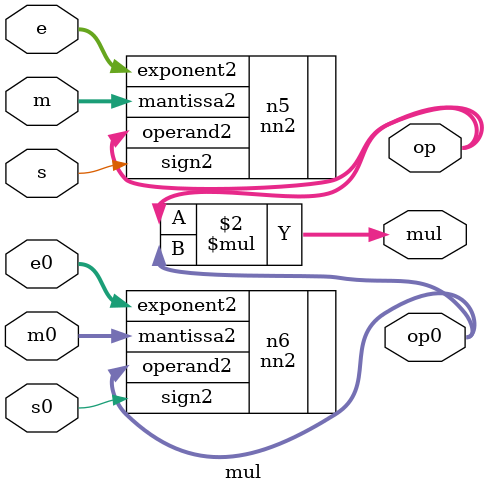
<source format=v>
`include "nn2.v"
module mul(s,s0,e,e0,m,m0,op,op0,mul);
   input s,s0;
   input [7:0]e,e0;
   input [22:0]m,m0;
   output [31:0]op,op0;
   output reg[31:0]mul;

   nn2 n5(.sign2(s),.exponent2(e),.mantissa2(m),.operand2(op));
   nn2 n6(.sign2(s0),.exponent2(e0),.mantissa2(m0),.operand2(op0));

   always @(mul,op,op0) begin
     mul=op*op0;
   end

endmodule
</source>
